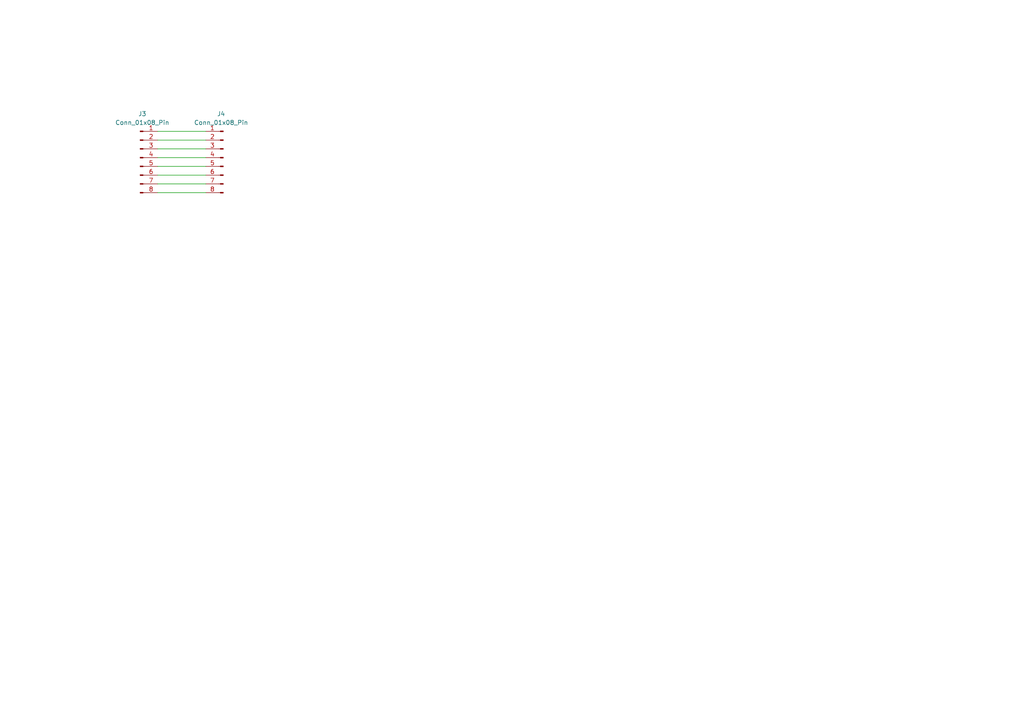
<source format=kicad_sch>
(kicad_sch (version 20250114) (generator "eeschema") (generator_version "9.0")
  (paper "A4")
  (lib_symbols
    (symbol "Connector:Conn_01x08_Pin" (pin_names (offset 1.016) (hide yes))
      (property "Reference" "J" (at 0 10.16 0))
      (property "Value" "Conn_01x08_Pin" (at 0 -12.7 0))
      (symbol "Conn_01x08_Pin_1_1"
        (rectangle (start 0.8636 7.747) (end 0 7.493) (stroke (width 0.1524)) (fill (type outline)))
        (rectangle (start 0.8636 5.207) (end 0 4.953) (stroke (width 0.1524)) (fill (type outline)))
        (rectangle (start 0.8636 2.667) (end 0 2.413) (stroke (width 0.1524)) (fill (type outline)))
        (rectangle (start 0.8636 0.127) (end 0 -0.127) (stroke (width 0.1524)) (fill (type outline)))
        (rectangle (start 0.8636 -2.413) (end 0 -2.667) (stroke (width 0.1524)) (fill (type outline)))
        (rectangle (start 0.8636 -4.953) (end 0 -5.207) (stroke (width 0.1524)) (fill (type outline)))
        (rectangle (start 0.8636 -7.493) (end 0 -7.747) (stroke (width 0.1524)) (fill (type outline)))
        (rectangle (start 0.8636 -10.033) (end 0 -10.287) (stroke (width 0.1524)) (fill (type outline)))
        (polyline (pts (xy 1.27 7.62) (xy 0.8636 7.62)) (stroke (width 0.1524)))
        (polyline (pts (xy 1.27 5.08) (xy 0.8636 5.08)) (stroke (width 0.1524)))
        (polyline (pts (xy 1.27 2.54) (xy 0.8636 2.54)) (stroke (width 0.1524)))
        (polyline (pts (xy 1.27 0) (xy 0.8636 0)) (stroke (width 0.1524)))
        (polyline (pts (xy 1.27 -2.54) (xy 0.8636 -2.54)) (stroke (width 0.1524)))
        (polyline (pts (xy 1.27 -5.08) (xy 0.8636 -5.08)) (stroke (width 0.1524)))
        (polyline (pts (xy 1.27 -7.62) (xy 0.8636 -7.62)) (stroke (width 0.1524)))
        (polyline (pts (xy 1.27 -10.16) (xy 0.8636 -10.16)) (stroke (width 0.1524)))
        (pin passive line (at 5.08 7.62 180) (length 3.81) (name "Pin_1") (number "1"))
        (pin passive line (at 5.08 5.08 180) (length 3.81) (name "Pin_2") (number "2"))
        (pin passive line (at 5.08 2.54 180) (length 3.81) (name "Pin_3") (number "3"))
        (pin passive line (at 5.08 0 180) (length 3.81) (name "Pin_4") (number "4"))
        (pin passive line (at 5.08 -2.54 180) (length 3.81) (name "Pin_5") (number "5"))
        (pin passive line (at 5.08 -5.08 180) (length 3.81) (name "Pin_6") (number "6"))
        (pin passive line (at 5.08 -7.62 180) (length 3.81) (name "Pin_7") (number "7"))
        (pin passive line (at 5.08 -10.16 180) (length 3.81) (name "Pin_8") (number "8"))
      )
    )
  )
  (wire (pts (xy 45.72 55.88) (xy 59.69 55.88)))
  (wire (pts (xy 45.72 40.64) (xy 59.69 40.64)))
  (wire (pts (xy 45.72 45.72) (xy 59.69 45.72)))
  (wire (pts (xy 45.72 43.18) (xy 59.69 43.18)))
  (wire (pts (xy 45.72 38.1) (xy 59.69 38.1)))
  (wire (pts (xy 45.72 53.34) (xy 59.69 53.34)))
  (wire (pts (xy 45.72 48.26) (xy 59.69 48.26)))
  (wire (pts (xy 45.72 50.8) (xy 59.69 50.8)))
  (symbol (lib_id "Connector:Conn_01x08_Pin") (at 40.64 45.72 0) (unit 1)
    (property "Reference" "J3" (at 41.275 33.02 0))
    (property "Value" "Conn_01x08_Pin" (at 41.275 35.56 0))
    (property "Description" "Generic connector, single row, 01x08, script generated" (effects (hide yes)))
  )
  (symbol (lib_id "Connector:Conn_01x08_Pin") (at 64.77 45.72 0) (mirror y) (unit 1)
    (property "Reference" "J4" (at 64.135 33.02 0))
    (property "Value" "Conn_01x08_Pin" (at 64.135 35.56 0))
    (property "Description" "Generic connector, single row, 01x08, script generated" (effects (hide yes)))
  )
)
</source>
